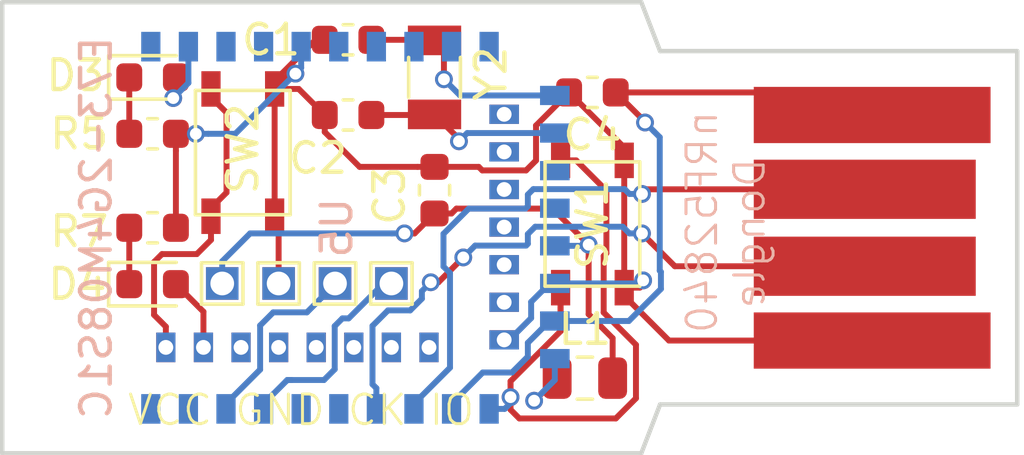
<source format=kicad_pcb>
(kicad_pcb (version 20171130) (host pcbnew "(5.0.0)")

  (general
    (thickness 1.6)
    (drawings 10)
    (tracks 205)
    (zones 0)
    (modules 18)
    (nets 17)
  )

  (page A4)
  (layers
    (0 F.Cu signal)
    (31 B.Cu signal)
    (32 B.Adhes user)
    (33 F.Adhes user)
    (34 B.Paste user)
    (35 F.Paste user hide)
    (36 B.SilkS user)
    (37 F.SilkS user)
    (38 B.Mask user)
    (39 F.Mask user)
    (40 Dwgs.User user hide)
    (41 Cmts.User user)
    (42 Eco1.User user)
    (43 Eco2.User user)
    (44 Edge.Cuts user)
    (45 Margin user)
    (46 B.CrtYd user hide)
    (47 F.CrtYd user hide)
    (48 B.Fab user hide)
    (49 F.Fab user hide)
  )

  (setup
    (last_trace_width 0.2)
    (user_trace_width 0.2)
    (user_trace_width 0.5)
    (trace_clearance 0.2)
    (zone_clearance 0.508)
    (zone_45_only yes)
    (trace_min 0.2)
    (segment_width 0.2)
    (edge_width 0.15)
    (via_size 0.6)
    (via_drill 0.4)
    (via_min_size 0.4)
    (via_min_drill 0.3)
    (uvia_size 0.3)
    (uvia_drill 0.1)
    (uvias_allowed no)
    (uvia_min_size 0.2)
    (uvia_min_drill 0.1)
    (pcb_text_width 0.3)
    (pcb_text_size 1.5 1.5)
    (mod_edge_width 0.15)
    (mod_text_size 1 1)
    (mod_text_width 0.15)
    (pad_size 3.25 3.25)
    (pad_drill 0)
    (pad_to_mask_clearance 0)
    (solder_mask_min_width 0.25)
    (aux_axis_origin 0 0)
    (grid_origin 96.181533 140.292775)
    (visible_elements 7FFFFFFF)
    (pcbplotparams
      (layerselection 0x010fc_ffffffff)
      (usegerberextensions false)
      (usegerberattributes false)
      (usegerberadvancedattributes false)
      (creategerberjobfile false)
      (excludeedgelayer true)
      (linewidth 0.100000)
      (plotframeref false)
      (viasonmask false)
      (mode 1)
      (useauxorigin false)
      (hpglpennumber 1)
      (hpglpenspeed 20)
      (hpglpendiameter 15.000000)
      (psnegative false)
      (psa4output false)
      (plotreference true)
      (plotvalue true)
      (plotinvisibletext false)
      (padsonsilk false)
      (subtractmaskfromsilk false)
      (outputformat 1)
      (mirror false)
      (drillshape 0)
      (scaleselection 1)
      (outputdirectory "gerber/"))
  )

  (net 0 "")
  (net 1 GND)
  (net 2 "Net-(C1-Pad1)")
  (net 3 VCC)
  (net 4 SWDIO)
  (net 5 RESET)
  (net 6 SWCLK)
  (net 7 VBUS)
  (net 8 "Net-(C2-Pad2)")
  (net 9 "Net-(L1-Pad1)")
  (net 10 DATA+)
  (net 11 DATA-)
  (net 12 BLUE_LED)
  (net 13 "Net-(D3-Pad1)")
  (net 14 "Net-(D4-Pad1)")
  (net 15 RED_LED)
  (net 16 SW1)

  (net_class Default "This is the default net class."
    (clearance 0.2)
    (trace_width 0.2)
    (via_dia 0.6)
    (via_drill 0.4)
    (uvia_dia 0.3)
    (uvia_drill 0.1)
    (add_net BLUE_LED)
    (add_net DATA+)
    (add_net DATA-)
    (add_net GND)
    (add_net "Net-(C1-Pad1)")
    (add_net "Net-(C2-Pad2)")
    (add_net "Net-(D3-Pad1)")
    (add_net "Net-(D4-Pad1)")
    (add_net "Net-(L1-Pad1)")
    (add_net RED_LED)
    (add_net RESET)
    (add_net SW1)
    (add_net SWCLK)
    (add_net SWDIO)
    (add_net VBUS)
    (add_net VCC)
  )

  (net_class Power ""
    (clearance 0.2)
    (trace_width 0.5)
    (via_dia 0.6)
    (via_drill 0.4)
    (uvia_dia 0.3)
    (uvia_drill 0.1)
  )

  (module Capacitor_SMD:C_0603_1608Metric (layer F.Cu) (tedit 5B301BBE) (tstamp 5EAD498B)
    (at 91.355533 108.542775 180)
    (descr "Capacitor SMD 0603 (1608 Metric), square (rectangular) end terminal, IPC_7351 nominal, (Body size source: http://www.tortai-tech.com/upload/download/2011102023233369053.pdf), generated with kicad-footprint-generator")
    (tags capacitor)
    (path /5C7379E0)
    (attr smd)
    (fp_text reference C1 (at 2.6035 0 180) (layer F.SilkS)
      (effects (font (size 1 1) (thickness 0.15)))
    )
    (fp_text value 22pF (at 0 1.43 180) (layer F.Fab)
      (effects (font (size 1 1) (thickness 0.15)))
    )
    (fp_line (start -0.8 0.4) (end -0.8 -0.4) (layer F.Fab) (width 0.1))
    (fp_line (start -0.8 -0.4) (end 0.8 -0.4) (layer F.Fab) (width 0.1))
    (fp_line (start 0.8 -0.4) (end 0.8 0.4) (layer F.Fab) (width 0.1))
    (fp_line (start 0.8 0.4) (end -0.8 0.4) (layer F.Fab) (width 0.1))
    (fp_line (start -0.162779 -0.51) (end 0.162779 -0.51) (layer F.SilkS) (width 0.12))
    (fp_line (start -0.162779 0.51) (end 0.162779 0.51) (layer F.SilkS) (width 0.12))
    (fp_line (start -1.48 0.73) (end -1.48 -0.73) (layer F.CrtYd) (width 0.05))
    (fp_line (start -1.48 -0.73) (end 1.48 -0.73) (layer F.CrtYd) (width 0.05))
    (fp_line (start 1.48 -0.73) (end 1.48 0.73) (layer F.CrtYd) (width 0.05))
    (fp_line (start 1.48 0.73) (end -1.48 0.73) (layer F.CrtYd) (width 0.05))
    (fp_text user %R (at 0 0 180) (layer F.Fab)
      (effects (font (size 0.4 0.4) (thickness 0.06)))
    )
    (pad 1 smd roundrect (at -0.7875 0 180) (size 0.875 0.95) (layers F.Cu F.Paste F.Mask) (roundrect_rratio 0.25)
      (net 2 "Net-(C1-Pad1)"))
    (pad 2 smd roundrect (at 0.7875 0 180) (size 0.875 0.95) (layers F.Cu F.Paste F.Mask) (roundrect_rratio 0.25)
      (net 1 GND))
    (model ${KISYS3DMOD}/Capacitor_SMD.3dshapes/C_0603_1608Metric.wrl
      (at (xyz 0 0 0))
      (scale (xyz 1 1 1))
      (rotate (xyz 0 0 0))
    )
  )

  (module Capacitor_SMD:C_0603_1608Metric (layer F.Cu) (tedit 5B301BBE) (tstamp 5EAD499C)
    (at 91.355533 111.082775)
    (descr "Capacitor SMD 0603 (1608 Metric), square (rectangular) end terminal, IPC_7351 nominal, (Body size source: http://www.tortai-tech.com/upload/download/2011102023233369053.pdf), generated with kicad-footprint-generator")
    (tags capacitor)
    (path /5C73DD8F)
    (attr smd)
    (fp_text reference C2 (at -1.016 1.4605) (layer F.SilkS)
      (effects (font (size 1 1) (thickness 0.15)))
    )
    (fp_text value 22pF (at 0 1.43) (layer F.Fab)
      (effects (font (size 1 1) (thickness 0.15)))
    )
    (fp_text user %R (at 0 0) (layer F.Fab)
      (effects (font (size 0.4 0.4) (thickness 0.06)))
    )
    (fp_line (start 1.48 0.73) (end -1.48 0.73) (layer F.CrtYd) (width 0.05))
    (fp_line (start 1.48 -0.73) (end 1.48 0.73) (layer F.CrtYd) (width 0.05))
    (fp_line (start -1.48 -0.73) (end 1.48 -0.73) (layer F.CrtYd) (width 0.05))
    (fp_line (start -1.48 0.73) (end -1.48 -0.73) (layer F.CrtYd) (width 0.05))
    (fp_line (start -0.162779 0.51) (end 0.162779 0.51) (layer F.SilkS) (width 0.12))
    (fp_line (start -0.162779 -0.51) (end 0.162779 -0.51) (layer F.SilkS) (width 0.12))
    (fp_line (start 0.8 0.4) (end -0.8 0.4) (layer F.Fab) (width 0.1))
    (fp_line (start 0.8 -0.4) (end 0.8 0.4) (layer F.Fab) (width 0.1))
    (fp_line (start -0.8 -0.4) (end 0.8 -0.4) (layer F.Fab) (width 0.1))
    (fp_line (start -0.8 0.4) (end -0.8 -0.4) (layer F.Fab) (width 0.1))
    (pad 2 smd roundrect (at 0.7875 0) (size 0.875 0.95) (layers F.Cu F.Paste F.Mask) (roundrect_rratio 0.25)
      (net 8 "Net-(C2-Pad2)"))
    (pad 1 smd roundrect (at -0.7875 0) (size 0.875 0.95) (layers F.Cu F.Paste F.Mask) (roundrect_rratio 0.25)
      (net 1 GND))
    (model ${KISYS3DMOD}/Capacitor_SMD.3dshapes/C_0603_1608Metric.wrl
      (at (xyz 0 0 0))
      (scale (xyz 1 1 1))
      (rotate (xyz 0 0 0))
    )
  )

  (module LED_SMD:LED_0603_1608Metric (layer F.Cu) (tedit 5B301BBE) (tstamp 5EAD49D1)
    (at 84.751533 109.812775)
    (descr "LED SMD 0603 (1608 Metric), square (rectangular) end terminal, IPC_7351 nominal, (Body size source: http://www.tortai-tech.com/upload/download/2011102023233369053.pdf), generated with kicad-footprint-generator")
    (tags diode)
    (path /5C7545DA)
    (attr smd)
    (fp_text reference D3 (at -2.6035 -0.0635) (layer F.SilkS)
      (effects (font (size 1 1) (thickness 0.15)))
    )
    (fp_text value 19-217/BHC-ZL1M2RY/3T (at 0 1.43) (layer F.Fab)
      (effects (font (size 1 1) (thickness 0.15)))
    )
    (fp_text user %R (at 0 0) (layer F.Fab)
      (effects (font (size 0.4 0.4) (thickness 0.06)))
    )
    (fp_line (start 1.48 0.73) (end -1.48 0.73) (layer F.CrtYd) (width 0.05))
    (fp_line (start 1.48 -0.73) (end 1.48 0.73) (layer F.CrtYd) (width 0.05))
    (fp_line (start -1.48 -0.73) (end 1.48 -0.73) (layer F.CrtYd) (width 0.05))
    (fp_line (start -1.48 0.73) (end -1.48 -0.73) (layer F.CrtYd) (width 0.05))
    (fp_line (start -1.485 0.735) (end 0.8 0.735) (layer F.SilkS) (width 0.12))
    (fp_line (start -1.485 -0.735) (end -1.485 0.735) (layer F.SilkS) (width 0.12))
    (fp_line (start 0.8 -0.735) (end -1.485 -0.735) (layer F.SilkS) (width 0.12))
    (fp_line (start 0.8 0.4) (end 0.8 -0.4) (layer F.Fab) (width 0.1))
    (fp_line (start -0.8 0.4) (end 0.8 0.4) (layer F.Fab) (width 0.1))
    (fp_line (start -0.8 -0.1) (end -0.8 0.4) (layer F.Fab) (width 0.1))
    (fp_line (start -0.5 -0.4) (end -0.8 -0.1) (layer F.Fab) (width 0.1))
    (fp_line (start 0.8 -0.4) (end -0.5 -0.4) (layer F.Fab) (width 0.1))
    (pad 2 smd roundrect (at 0.7875 0) (size 0.875 0.95) (layers F.Cu F.Paste F.Mask) (roundrect_rratio 0.25)
      (net 12 BLUE_LED))
    (pad 1 smd roundrect (at -0.7875 0) (size 0.875 0.95) (layers F.Cu F.Paste F.Mask) (roundrect_rratio 0.25)
      (net 13 "Net-(D3-Pad1)"))
    (model ${KISYS3DMOD}/LED_SMD.3dshapes/LED_0603_1608Metric.wrl
      (at (xyz 0 0 0))
      (scale (xyz 1 1 1))
      (rotate (xyz 0 0 0))
    )
  )

  (module LED_SMD:LED_0603_1608Metric (layer F.Cu) (tedit 5B301BBE) (tstamp 5EAD49E4)
    (at 84.751533 116.797775)
    (descr "LED SMD 0603 (1608 Metric), square (rectangular) end terminal, IPC_7351 nominal, (Body size source: http://www.tortai-tech.com/upload/download/2011102023233369053.pdf), generated with kicad-footprint-generator")
    (tags diode)
    (path /5D834AF2)
    (attr smd)
    (fp_text reference D4 (at -2.54 0) (layer F.SilkS)
      (effects (font (size 1 1) (thickness 0.15)))
    )
    (fp_text value KT-0603R (at 0 1.43) (layer F.Fab)
      (effects (font (size 1 1) (thickness 0.15)))
    )
    (fp_line (start 0.8 -0.4) (end -0.5 -0.4) (layer F.Fab) (width 0.1))
    (fp_line (start -0.5 -0.4) (end -0.8 -0.1) (layer F.Fab) (width 0.1))
    (fp_line (start -0.8 -0.1) (end -0.8 0.4) (layer F.Fab) (width 0.1))
    (fp_line (start -0.8 0.4) (end 0.8 0.4) (layer F.Fab) (width 0.1))
    (fp_line (start 0.8 0.4) (end 0.8 -0.4) (layer F.Fab) (width 0.1))
    (fp_line (start 0.8 -0.735) (end -1.485 -0.735) (layer F.SilkS) (width 0.12))
    (fp_line (start -1.485 -0.735) (end -1.485 0.735) (layer F.SilkS) (width 0.12))
    (fp_line (start -1.485 0.735) (end 0.8 0.735) (layer F.SilkS) (width 0.12))
    (fp_line (start -1.48 0.73) (end -1.48 -0.73) (layer F.CrtYd) (width 0.05))
    (fp_line (start -1.48 -0.73) (end 1.48 -0.73) (layer F.CrtYd) (width 0.05))
    (fp_line (start 1.48 -0.73) (end 1.48 0.73) (layer F.CrtYd) (width 0.05))
    (fp_line (start 1.48 0.73) (end -1.48 0.73) (layer F.CrtYd) (width 0.05))
    (fp_text user %R (at 0 0) (layer F.Fab)
      (effects (font (size 0.4 0.4) (thickness 0.06)))
    )
    (pad 1 smd roundrect (at -0.7875 0) (size 0.875 0.95) (layers F.Cu F.Paste F.Mask) (roundrect_rratio 0.25)
      (net 14 "Net-(D4-Pad1)"))
    (pad 2 smd roundrect (at 0.7875 0) (size 0.875 0.95) (layers F.Cu F.Paste F.Mask) (roundrect_rratio 0.25)
      (net 15 RED_LED))
    (model ${KISYS3DMOD}/LED_SMD.3dshapes/LED_0603_1608Metric.wrl
      (at (xyz 0 0 0))
      (scale (xyz 1 1 1))
      (rotate (xyz 0 0 0))
    )
  )

  (module Type-C:CONN-USB-A-PCB-TRACES (layer F.Cu) (tedit 5EA0D217) (tstamp 5EAD49FD)
    (at 113.961533 114.892775 90)
    (path /5EA303C7)
    (attr virtual)
    (fp_text reference J1 (at 0.13 -7.85 90) (layer F.SilkS) hide
      (effects (font (size 1.5 1.5) (thickness 0.15)))
    )
    (fp_text value USB_A (at 0.29 -10.13 90) (layer F.Fab) hide
      (effects (font (size 1.016 1.016) (thickness 0.2032)))
    )
    (fp_text user %R (at 4.75 -13 90) (layer F.SilkS) hide
      (effects (font (size 1 1) (thickness 0.15)))
    )
    (fp_text user %R (at 0 -6.25 90) (layer F.Fab)
      (effects (font (size 1 1) (thickness 0.15)))
    )
    (fp_line (start 5.5 -12) (end 6 -12) (layer F.Fab) (width 0.04064))
    (fp_line (start 4.5 -12) (end 5 -12) (layer F.Fab) (width 0.04064))
    (fp_line (start 3.5 -12) (end 4 -12) (layer F.Fab) (width 0.04064))
    (fp_line (start 2.5 -12) (end 3 -12) (layer F.Fab) (width 0.04064))
    (fp_line (start 1.5 -12) (end 2 -12) (layer F.Fab) (width 0.04064))
    (fp_line (start 0.5 -12) (end 1 -12) (layer F.Fab) (width 0.04064))
    (fp_line (start -0.5 -12) (end 0 -12) (layer F.Fab) (width 0.04064))
    (fp_line (start -1.5 -12) (end -1 -12) (layer F.Fab) (width 0.04064))
    (fp_line (start -2.5 -12) (end -2 -12) (layer F.Fab) (width 0.04064))
    (fp_line (start -3.5 -12) (end -3 -12) (layer F.Fab) (width 0.04064))
    (fp_line (start -4.5 -12) (end -4 -12) (layer F.Fab) (width 0.04064))
    (fp_line (start -6 -12) (end -5 -12) (layer F.Fab) (width 0.04064))
    (fp_line (start -6 0) (end -6 -12) (layer F.Fab) (width 0.04064))
    (fp_line (start 6 0) (end -6 0) (layer F.Fab) (width 0.04064))
    (fp_line (start 6 -12) (end 6 0) (layer F.Fab) (width 0.04064))
    (pad 1 connect rect (at 3.81 -4.9 90) (size 1.9 8) (layers F.Cu F.Mask)
      (net 7 VBUS))
    (pad 4 connect rect (at -3.81 -4.9 90) (size 1.9 8) (layers F.Cu F.Mask)
      (net 1 GND))
    (pad 3 connect rect (at -1.3 -5.15 90) (size 2 7.5) (layers F.Cu F.Mask)
      (net 10 DATA+))
    (pad 2 connect rect (at 1.3 -5.15 90) (size 2 7.5) (layers F.Cu F.Mask)
      (net 11 DATA-))
  )

  (module Inductor_SMD:L_0805_2012Metric (layer F.Cu) (tedit 5B36C52B) (tstamp 5EAD4A0E)
    (at 99.356533 119.972775)
    (descr "Inductor SMD 0805 (2012 Metric), square (rectangular) end terminal, IPC_7351 nominal, (Body size source: https://docs.google.com/spreadsheets/d/1BsfQQcO9C6DZCsRaXUlFlo91Tg2WpOkGARC1WS5S8t0/edit?usp=sharing), generated with kicad-footprint-generator")
    (tags inductor)
    (path /5C809AAB)
    (attr smd)
    (fp_text reference L1 (at 0 -1.65) (layer F.SilkS)
      (effects (font (size 1 1) (thickness 0.15)))
    )
    (fp_text value 10uH (at 0 1.65) (layer F.Fab)
      (effects (font (size 1 1) (thickness 0.15)))
    )
    (fp_line (start -1 0.6) (end -1 -0.6) (layer F.Fab) (width 0.1))
    (fp_line (start -1 -0.6) (end 1 -0.6) (layer F.Fab) (width 0.1))
    (fp_line (start 1 -0.6) (end 1 0.6) (layer F.Fab) (width 0.1))
    (fp_line (start 1 0.6) (end -1 0.6) (layer F.Fab) (width 0.1))
    (fp_line (start -0.258578 -0.71) (end 0.258578 -0.71) (layer F.SilkS) (width 0.12))
    (fp_line (start -0.258578 0.71) (end 0.258578 0.71) (layer F.SilkS) (width 0.12))
    (fp_line (start -1.68 0.95) (end -1.68 -0.95) (layer F.CrtYd) (width 0.05))
    (fp_line (start -1.68 -0.95) (end 1.68 -0.95) (layer F.CrtYd) (width 0.05))
    (fp_line (start 1.68 -0.95) (end 1.68 0.95) (layer F.CrtYd) (width 0.05))
    (fp_line (start 1.68 0.95) (end -1.68 0.95) (layer F.CrtYd) (width 0.05))
    (fp_text user %R (at 0 0) (layer F.Fab)
      (effects (font (size 0.5 0.5) (thickness 0.08)))
    )
    (pad 1 smd roundrect (at -0.9375 0) (size 0.975 1.4) (layers F.Cu F.Paste F.Mask) (roundrect_rratio 0.25)
      (net 9 "Net-(L1-Pad1)"))
    (pad 2 smd roundrect (at 0.9375 0) (size 0.975 1.4) (layers F.Cu F.Paste F.Mask) (roundrect_rratio 0.25)
      (net 3 VCC))
    (model ${KISYS3DMOD}/Inductor_SMD.3dshapes/L_0805_2012Metric.wrl
      (at (xyz 0 0 0))
      (scale (xyz 1 1 1))
      (rotate (xyz 0 0 0))
    )
  )

  (module Resistor_SMD:R_0603_1608Metric (layer F.Cu) (tedit 5B301BBD) (tstamp 5EAD4A1F)
    (at 84.751533 111.717775)
    (descr "Resistor SMD 0603 (1608 Metric), square (rectangular) end terminal, IPC_7351 nominal, (Body size source: http://www.tortai-tech.com/upload/download/2011102023233369053.pdf), generated with kicad-footprint-generator")
    (tags resistor)
    (path /5C73A719)
    (attr smd)
    (fp_text reference R5 (at -2.4765 0) (layer F.SilkS)
      (effects (font (size 1 1) (thickness 0.15)))
    )
    (fp_text value 1K (at 0 1.43) (layer F.Fab)
      (effects (font (size 1 1) (thickness 0.15)))
    )
    (fp_text user %R (at 0 0) (layer F.Fab)
      (effects (font (size 0.4 0.4) (thickness 0.06)))
    )
    (fp_line (start 1.48 0.73) (end -1.48 0.73) (layer F.CrtYd) (width 0.05))
    (fp_line (start 1.48 -0.73) (end 1.48 0.73) (layer F.CrtYd) (width 0.05))
    (fp_line (start -1.48 -0.73) (end 1.48 -0.73) (layer F.CrtYd) (width 0.05))
    (fp_line (start -1.48 0.73) (end -1.48 -0.73) (layer F.CrtYd) (width 0.05))
    (fp_line (start -0.162779 0.51) (end 0.162779 0.51) (layer F.SilkS) (width 0.12))
    (fp_line (start -0.162779 -0.51) (end 0.162779 -0.51) (layer F.SilkS) (width 0.12))
    (fp_line (start 0.8 0.4) (end -0.8 0.4) (layer F.Fab) (width 0.1))
    (fp_line (start 0.8 -0.4) (end 0.8 0.4) (layer F.Fab) (width 0.1))
    (fp_line (start -0.8 -0.4) (end 0.8 -0.4) (layer F.Fab) (width 0.1))
    (fp_line (start -0.8 0.4) (end -0.8 -0.4) (layer F.Fab) (width 0.1))
    (pad 2 smd roundrect (at 0.7875 0) (size 0.875 0.95) (layers F.Cu F.Paste F.Mask) (roundrect_rratio 0.25)
      (net 1 GND))
    (pad 1 smd roundrect (at -0.7875 0) (size 0.875 0.95) (layers F.Cu F.Paste F.Mask) (roundrect_rratio 0.25)
      (net 13 "Net-(D3-Pad1)"))
    (model ${KISYS3DMOD}/Resistor_SMD.3dshapes/R_0603_1608Metric.wrl
      (at (xyz 0 0 0))
      (scale (xyz 1 1 1))
      (rotate (xyz 0 0 0))
    )
  )

  (module Resistor_SMD:R_0603_1608Metric (layer F.Cu) (tedit 5B301BBD) (tstamp 5EAD4A30)
    (at 84.751533 114.892775)
    (descr "Resistor SMD 0603 (1608 Metric), square (rectangular) end terminal, IPC_7351 nominal, (Body size source: http://www.tortai-tech.com/upload/download/2011102023233369053.pdf), generated with kicad-footprint-generator")
    (tags resistor)
    (path /5D834AE6)
    (attr smd)
    (fp_text reference R7 (at -2.4765 0.127) (layer F.SilkS)
      (effects (font (size 1 1) (thickness 0.15)))
    )
    (fp_text value 1K (at 0 1.43) (layer F.Fab)
      (effects (font (size 1 1) (thickness 0.15)))
    )
    (fp_line (start -0.8 0.4) (end -0.8 -0.4) (layer F.Fab) (width 0.1))
    (fp_line (start -0.8 -0.4) (end 0.8 -0.4) (layer F.Fab) (width 0.1))
    (fp_line (start 0.8 -0.4) (end 0.8 0.4) (layer F.Fab) (width 0.1))
    (fp_line (start 0.8 0.4) (end -0.8 0.4) (layer F.Fab) (width 0.1))
    (fp_line (start -0.162779 -0.51) (end 0.162779 -0.51) (layer F.SilkS) (width 0.12))
    (fp_line (start -0.162779 0.51) (end 0.162779 0.51) (layer F.SilkS) (width 0.12))
    (fp_line (start -1.48 0.73) (end -1.48 -0.73) (layer F.CrtYd) (width 0.05))
    (fp_line (start -1.48 -0.73) (end 1.48 -0.73) (layer F.CrtYd) (width 0.05))
    (fp_line (start 1.48 -0.73) (end 1.48 0.73) (layer F.CrtYd) (width 0.05))
    (fp_line (start 1.48 0.73) (end -1.48 0.73) (layer F.CrtYd) (width 0.05))
    (fp_text user %R (at 0 0) (layer F.Fab)
      (effects (font (size 0.4 0.4) (thickness 0.06)))
    )
    (pad 1 smd roundrect (at -0.7875 0) (size 0.875 0.95) (layers F.Cu F.Paste F.Mask) (roundrect_rratio 0.25)
      (net 14 "Net-(D4-Pad1)"))
    (pad 2 smd roundrect (at 0.7875 0) (size 0.875 0.95) (layers F.Cu F.Paste F.Mask) (roundrect_rratio 0.25)
      (net 1 GND))
    (model ${KISYS3DMOD}/Resistor_SMD.3dshapes/R_0603_1608Metric.wrl
      (at (xyz 0 0 0))
      (scale (xyz 1 1 1))
      (rotate (xyz 0 0 0))
    )
  )

  (module footprints:SW_TACT_TS-1145A_C318904 (layer F.Cu) (tedit 5EA0D1D9) (tstamp 5EAD4A42)
    (at 99.610533 114.765775 270)
    (descr "Low-profile SMD Tactile Switch, https://www.e-switch.com/system/asset/product_line/data_sheet/165/TL3342.pdf")
    (tags "SPST Tactile Switch")
    (path /5EA339C8)
    (attr smd)
    (fp_text reference SW1 (at 0 0 270) (layer F.SilkS)
      (effects (font (size 1 1) (thickness 0.15)))
    )
    (fp_text value SW_SPST (at 0 -2.8 270) (layer F.SilkS) hide
      (effects (font (size 1.5 1.5) (thickness 0.2)))
    )
    (fp_line (start -3 -4) (end 3 -4) (layer F.CrtYd) (width 0.05))
    (fp_line (start 3 -4) (end 3 2) (layer F.CrtYd) (width 0.05))
    (fp_line (start -3 2) (end -3 -4) (layer F.CrtYd) (width 0.05))
    (fp_line (start 3 2) (end -3 2) (layer F.CrtYd) (width 0.05))
    (fp_line (start -3 -2) (end 3 -2) (layer F.CrtYd) (width 0.05))
    (fp_line (start -2.1 -1.6) (end 2.1 -1.6) (layer F.SilkS) (width 0.12))
    (fp_line (start -2.1 -1.6) (end -2.1 1.6) (layer F.SilkS) (width 0.12))
    (fp_line (start -2.1 1.6) (end 2.1 1.6) (layer F.SilkS) (width 0.12))
    (fp_line (start 2.1 -1.6) (end 2.1 1.6) (layer F.SilkS) (width 0.12))
    (fp_text user %R (at 0 0 270) (layer F.Fab)
      (effects (font (size 1 1) (thickness 0.15)))
    )
    (pad 2 smd rect (at 2.15 1.075 270) (size 1.2 0.65) (layers F.Cu F.Paste F.Mask)
      (net 5 RESET))
    (pad 2 smd rect (at -2.15 1.075 270) (size 1.2 0.65) (layers F.Cu F.Paste F.Mask)
      (net 5 RESET))
    (pad 1 smd rect (at 2.15 -1.075 270) (size 1.2 0.65) (layers F.Cu F.Paste F.Mask)
      (net 1 GND))
    (pad 1 smd rect (at -2.15 -1.075 270) (size 1.2 0.65) (layers F.Cu F.Paste F.Mask)
      (net 1 GND))
    (model ${KISYS3DMOD}/Buttons_Switches_SMD.3dshapes/SW_SPST_TL3342.wrl
      (at (xyz 0 0 0))
      (scale (xyz 1 1 1))
      (rotate (xyz 0 0 0))
    )
  )

  (module footprints:SW_TACT_TS-1145A_C318904 (layer F.Cu) (tedit 5EA0D20C) (tstamp 5EAD4A54)
    (at 87.799533 112.352775 270)
    (descr "Low-profile SMD Tactile Switch, https://www.e-switch.com/system/asset/product_line/data_sheet/165/TL3342.pdf")
    (tags "SPST Tactile Switch")
    (path /5EA367EF)
    (attr smd)
    (fp_text reference SW2 (at -0.127 0 90) (layer F.SilkS)
      (effects (font (size 1 1) (thickness 0.15)))
    )
    (fp_text value SW_SPST (at 0 -2.8 270) (layer F.SilkS) hide
      (effects (font (size 1.5 1.5) (thickness 0.2)))
    )
    (fp_text user %R (at 0 0 270) (layer F.Fab)
      (effects (font (size 1 1) (thickness 0.15)))
    )
    (fp_line (start 2.1 -1.6) (end 2.1 1.6) (layer F.SilkS) (width 0.12))
    (fp_line (start -2.1 1.6) (end 2.1 1.6) (layer F.SilkS) (width 0.12))
    (fp_line (start -2.1 -1.6) (end -2.1 1.6) (layer F.SilkS) (width 0.12))
    (fp_line (start -2.1 -1.6) (end 2.1 -1.6) (layer F.SilkS) (width 0.12))
    (fp_line (start -3 -2) (end 3 -2) (layer F.CrtYd) (width 0.05))
    (fp_line (start 3 2) (end -3 2) (layer F.CrtYd) (width 0.05))
    (fp_line (start -3 2) (end -3 -4) (layer F.CrtYd) (width 0.05))
    (fp_line (start 3 -4) (end 3 2) (layer F.CrtYd) (width 0.05))
    (fp_line (start -3 -4) (end 3 -4) (layer F.CrtYd) (width 0.05))
    (pad 1 smd rect (at -2.15 -1.075 270) (size 1.2 0.65) (layers F.Cu F.Paste F.Mask)
      (net 1 GND))
    (pad 1 smd rect (at 2.15 -1.075 270) (size 1.2 0.65) (layers F.Cu F.Paste F.Mask)
      (net 1 GND))
    (pad 2 smd rect (at -2.15 1.075 270) (size 1.2 0.65) (layers F.Cu F.Paste F.Mask)
      (net 16 SW1))
    (pad 2 smd rect (at 2.15 1.075 270) (size 1.2 0.65) (layers F.Cu F.Paste F.Mask)
      (net 16 SW1))
    (model ${KISYS3DMOD}/Buttons_Switches_SMD.3dshapes/SW_SPST_TL3342.wrl
      (at (xyz 0 0 0))
      (scale (xyz 1 1 1))
      (rotate (xyz 0 0 0))
    )
  )

  (module footprints:TestPoint_THTPad_1.1x1.1mm_Drill0.8mm (layer F.Cu) (tedit 5DBF436D) (tstamp 5EAD4A72)
    (at 90.914533 116.774775)
    (descr "THT rectangular pad as test Point, square 1.0mm side length, hole diameter 0.5mm")
    (tags "test point THT pad rectangle square")
    (path /5DD41885)
    (attr virtual)
    (fp_text reference TP3 (at 0 -1.448) (layer Dwgs.User)
      (effects (font (size 1 1) (thickness 0.15)))
    )
    (fp_text value TestPoint_Probe (at 0 1.55) (layer F.Fab)
      (effects (font (size 1 1) (thickness 0.15)))
    )
    (fp_text user %R (at 0 -1.45) (layer F.Fab)
      (effects (font (size 1 1) (thickness 0.15)))
    )
    (fp_line (start -0.7 -0.7) (end 0.7 -0.7) (layer F.SilkS) (width 0.12))
    (fp_line (start 0.7 -0.7) (end 0.7 0.7) (layer F.SilkS) (width 0.12))
    (fp_line (start 0.7 0.7) (end -0.7 0.7) (layer F.SilkS) (width 0.12))
    (fp_line (start -0.7 0.7) (end -0.7 -0.7) (layer F.SilkS) (width 0.12))
    (fp_line (start -1 -1) (end 1 -1) (layer F.CrtYd) (width 0.05))
    (fp_line (start -1 -1) (end -1 1) (layer F.CrtYd) (width 0.05))
    (fp_line (start 1 1) (end 1 -1) (layer F.CrtYd) (width 0.05))
    (fp_line (start 1 1) (end -1 1) (layer F.CrtYd) (width 0.05))
    (pad 1 thru_hole rect (at 0 0) (size 1.1 1.1) (drill 0.8) (layers *.Cu *.Mask)
      (net 6 SWCLK))
  )

  (module footprints:TestPoint_THTPad_1.1x1.1mm_Drill0.8mm (layer F.Cu) (tedit 5DBF436D) (tstamp 5EAD4A80)
    (at 92.819533 116.774775)
    (descr "THT rectangular pad as test Point, square 1.0mm side length, hole diameter 0.5mm")
    (tags "test point THT pad rectangle square")
    (path /5DD4168B)
    (attr virtual)
    (fp_text reference TP4 (at 0 -1.448) (layer Dwgs.User)
      (effects (font (size 1 1) (thickness 0.15)))
    )
    (fp_text value TestPoint_Probe (at 0 1.55) (layer F.Fab)
      (effects (font (size 1 1) (thickness 0.15)))
    )
    (fp_line (start 1 1) (end -1 1) (layer F.CrtYd) (width 0.05))
    (fp_line (start 1 1) (end 1 -1) (layer F.CrtYd) (width 0.05))
    (fp_line (start -1 -1) (end -1 1) (layer F.CrtYd) (width 0.05))
    (fp_line (start -1 -1) (end 1 -1) (layer F.CrtYd) (width 0.05))
    (fp_line (start -0.7 0.7) (end -0.7 -0.7) (layer F.SilkS) (width 0.12))
    (fp_line (start 0.7 0.7) (end -0.7 0.7) (layer F.SilkS) (width 0.12))
    (fp_line (start 0.7 -0.7) (end 0.7 0.7) (layer F.SilkS) (width 0.12))
    (fp_line (start -0.7 -0.7) (end 0.7 -0.7) (layer F.SilkS) (width 0.12))
    (fp_text user %R (at 0 -1.45) (layer F.Fab)
      (effects (font (size 1 1) (thickness 0.15)))
    )
    (pad 1 thru_hole rect (at 0 0) (size 1.1 1.1) (drill 0.8) (layers *.Cu *.Mask)
      (net 4 SWDIO))
  )

  (module footprints:TestPoint_THTPad_1.1x1.1mm_Drill0.8mm (layer F.Cu) (tedit 5DBF436D) (tstamp 5EAD4A8E)
    (at 87.104533 116.774775)
    (descr "THT rectangular pad as test Point, square 1.0mm side length, hole diameter 0.5mm")
    (tags "test point THT pad rectangle square")
    (path /5DD41921)
    (attr virtual)
    (fp_text reference TP5 (at 0 -1.448) (layer Dwgs.User)
      (effects (font (size 1 1) (thickness 0.15)))
    )
    (fp_text value TestPoint_Probe (at 0 1.55) (layer F.Fab)
      (effects (font (size 1 1) (thickness 0.15)))
    )
    (fp_text user %R (at 0 -1.45) (layer F.Fab)
      (effects (font (size 1 1) (thickness 0.15)))
    )
    (fp_line (start -0.7 -0.7) (end 0.7 -0.7) (layer F.SilkS) (width 0.12))
    (fp_line (start 0.7 -0.7) (end 0.7 0.7) (layer F.SilkS) (width 0.12))
    (fp_line (start 0.7 0.7) (end -0.7 0.7) (layer F.SilkS) (width 0.12))
    (fp_line (start -0.7 0.7) (end -0.7 -0.7) (layer F.SilkS) (width 0.12))
    (fp_line (start -1 -1) (end 1 -1) (layer F.CrtYd) (width 0.05))
    (fp_line (start -1 -1) (end -1 1) (layer F.CrtYd) (width 0.05))
    (fp_line (start 1 1) (end 1 -1) (layer F.CrtYd) (width 0.05))
    (fp_line (start 1 1) (end -1 1) (layer F.CrtYd) (width 0.05))
    (pad 1 thru_hole rect (at 0 0) (size 1.1 1.1) (drill 0.8) (layers *.Cu *.Mask)
      (net 3 VCC))
  )

  (module footprints:TestPoint_THTPad_1.1x1.1mm_Drill0.8mm (layer F.Cu) (tedit 5DBF436D) (tstamp 5EAD4A9C)
    (at 89.009533 116.774775)
    (descr "THT rectangular pad as test Point, square 1.0mm side length, hole diameter 0.5mm")
    (tags "test point THT pad rectangle square")
    (path /5DD418CF)
    (attr virtual)
    (fp_text reference TP6 (at 0 -1.448) (layer Dwgs.User)
      (effects (font (size 1 1) (thickness 0.15)))
    )
    (fp_text value TestPoint_Probe (at 0 1.55) (layer F.Fab)
      (effects (font (size 1 1) (thickness 0.15)))
    )
    (fp_line (start 1 1) (end -1 1) (layer F.CrtYd) (width 0.05))
    (fp_line (start 1 1) (end 1 -1) (layer F.CrtYd) (width 0.05))
    (fp_line (start -1 -1) (end -1 1) (layer F.CrtYd) (width 0.05))
    (fp_line (start -1 -1) (end 1 -1) (layer F.CrtYd) (width 0.05))
    (fp_line (start -0.7 0.7) (end -0.7 -0.7) (layer F.SilkS) (width 0.12))
    (fp_line (start 0.7 0.7) (end -0.7 0.7) (layer F.SilkS) (width 0.12))
    (fp_line (start 0.7 -0.7) (end 0.7 0.7) (layer F.SilkS) (width 0.12))
    (fp_line (start -0.7 -0.7) (end 0.7 -0.7) (layer F.SilkS) (width 0.12))
    (fp_text user %R (at 0 -1.45) (layer F.Fab)
      (effects (font (size 1 1) (thickness 0.15)))
    )
    (pad 1 thru_hole rect (at 0 0) (size 1.1 1.1) (drill 0.8) (layers *.Cu *.Mask)
      (net 1 GND))
  )

  (module nrfmicro:E73-2G4M08S1C-52840 (layer B.Cu) (tedit 5CAD2B93) (tstamp 5EAD4AE0)
    (at 98.721533 114.892775 180)
    (path /5C7001D3)
    (fp_text reference U5 (at 7.746775 0.000467 -90) (layer B.SilkS)
      (effects (font (size 1 1) (thickness 0.15)) (justify mirror))
    )
    (fp_text value E73-2G4M08S1C-52840 (at 9.778775 0.635467 -90) (layer B.Fab)
      (effects (font (size 1 1) (thickness 0.15)) (justify mirror))
    )
    (fp_text user E73-2G4M08S1C (at 15.875 0 90) (layer B.SilkS)
      (effects (font (size 1 1) (thickness 0.15)) (justify mirror))
    )
    (fp_line (start 18.034 6.604) (end -0.127 6.604) (layer B.Fab) (width 0.15))
    (fp_line (start 18.034 -6.604) (end 18.034 6.604) (layer B.Fab) (width 0.15))
    (fp_line (start -0.127 -6.604) (end 18.034 -6.604) (layer B.Fab) (width 0.15))
    (fp_line (start -0.127 6.604) (end -0.127 -6.604) (layer B.Fab) (width 0.15))
    (pad 18 thru_hole rect (at 2.092 0.023 90) (size 0.65 1) (drill 0.5) (layers *.Cu *.Mask))
    (pad 24 thru_hole rect (at 2.092 -3.787 90) (size 0.65 1) (drill 0.5) (layers *.Cu *.Mask)
      (net 1 GND))
    (pad 22 thru_hole rect (at 2.092 -2.517 90) (size 0.65 1) (drill 0.5) (layers *.Cu *.Mask))
    (pad 16 thru_hole rect (at 2.092 1.293 90) (size 0.65 1) (drill 0.5) (layers *.Cu *.Mask))
    (pad 20 thru_hole rect (at 2.092 -1.247 90) (size 0.65 1) (drill 0.5) (layers *.Cu *.Mask))
    (pad 12 thru_hole rect (at 2.092 3.833 90) (size 0.65 1) (drill 0.5) (layers *.Cu *.Mask))
    (pad 14 thru_hole rect (at 2.092 2.563 90) (size 0.65 1) (drill 0.5) (layers *.Cu *.Mask))
    (pad 42 thru_hole rect (at 13.522 -4.041 180) (size 0.65 1) (drill 0.5) (layers *.Cu *.Mask)
      (net 16 SW1))
    (pad 40 thru_hole rect (at 12.252 -4.041 180) (size 0.65 1) (drill 0.5) (layers *.Cu *.Mask)
      (net 15 RED_LED))
    (pad 38 thru_hole rect (at 10.982 -4.041 180) (size 0.65 1) (drill 0.5) (layers *.Cu *.Mask))
    (pad 36 thru_hole rect (at 9.712 -4.041 180) (size 0.65 1) (drill 0.5) (layers *.Cu *.Mask))
    (pad 34 thru_hole rect (at 8.442 -4.041 180) (size 0.65 1) (drill 0.5) (layers *.Cu *.Mask))
    (pad 32 thru_hole rect (at 7.172 -4.041 180) (size 0.65 1) (drill 0.5) (layers *.Cu *.Mask))
    (pad 30 thru_hole rect (at 5.902 -4.041 180) (size 0.65 1) (drill 0.5) (layers *.Cu *.Mask))
    (pad 19 smd rect (at 0.381 -0.61 90) (size 0.65 1) (layers B.Cu B.Paste B.Mask)
      (net 3 VCC))
    (pad 25 smd rect (at 0.381 -4.42 90) (size 0.65 1) (layers B.Cu B.Paste B.Mask)
      (net 9 "Net-(L1-Pad1)"))
    (pad 17 smd rect (at 0.381 0.66 90) (size 0.65 1) (layers B.Cu B.Paste B.Mask))
    (pad 15 smd rect (at 0.381 1.93 90) (size 0.65 1) (layers B.Cu B.Paste B.Mask))
    (pad 13 smd rect (at 0.381 3.2 90) (size 0.65 1) (layers B.Cu B.Paste B.Mask)
      (net 8 "Net-(C2-Pad2)"))
    (pad 21 smd rect (at 0.381 -1.88 90) (size 0.65 1) (layers B.Cu B.Paste B.Mask)
      (net 1 GND))
    (pad 11 smd rect (at 0.381 4.47 90) (size 0.65 1) (layers B.Cu B.Paste B.Mask)
      (net 2 "Net-(C1-Pad1)"))
    (pad 23 smd rect (at 0.381 -3.15 90) (size 0.65 1) (layers B.Cu B.Paste B.Mask)
      (net 7 VBUS))
    (pad 26 smd rect (at 2.6 -6.119 180) (size 0.65 1) (layers B.Cu B.Paste B.Mask)
      (net 5 RESET))
    (pad 27 smd rect (at 3.87 -6.119 180) (size 0.65 1) (layers B.Cu B.Paste B.Mask)
      (net 7 VBUS))
    (pad 35 smd rect (at 8.95 -6.119 180) (size 0.65 1) (layers B.Cu B.Paste B.Mask))
    (pad 29 smd rect (at 5.14 -6.119 180) (size 0.65 1) (layers B.Cu B.Paste B.Mask)
      (net 11 DATA-))
    (pad 37 smd rect (at 10.22 -6.119 180) (size 0.65 1) (layers B.Cu B.Paste B.Mask)
      (net 4 SWDIO))
    (pad 39 smd rect (at 11.49 -6.119 180) (size 0.65 1) (layers B.Cu B.Paste B.Mask)
      (net 6 SWCLK))
    (pad 41 smd rect (at 12.76 -6.119 180) (size 0.65 1) (layers B.Cu B.Paste B.Mask))
    (pad 33 smd rect (at 7.68 -6.119 180) (size 0.65 1) (layers B.Cu B.Paste B.Mask))
    (pad 43 smd rect (at 14.03 -6.119 180) (size 0.65 1) (layers B.Cu B.Paste B.Mask))
    (pad 31 smd rect (at 6.41 -6.119 180) (size 0.65 1) (layers B.Cu B.Paste B.Mask)
      (net 10 DATA+))
    (pad 1 smd rect (at 14.03 6.119 180) (size 0.65 1) (layers B.Cu B.Paste B.Mask))
    (pad 2 smd rect (at 12.76 6.119 180) (size 0.65 1) (layers B.Cu B.Paste B.Mask)
      (net 12 BLUE_LED))
    (pad 3 smd rect (at 11.49 6.119 180) (size 0.65 1) (layers B.Cu B.Paste B.Mask))
    (pad 4 smd rect (at 10.22 6.119 180) (size 0.65 1) (layers B.Cu B.Paste B.Mask))
    (pad 5 smd rect (at 8.95 6.119 180) (size 0.65 1) (layers B.Cu B.Paste B.Mask)
      (net 1 GND))
    (pad 6 smd rect (at 7.68 6.119 180) (size 0.65 1) (layers B.Cu B.Paste B.Mask))
    (pad 7 smd rect (at 6.41 6.119 180) (size 0.65 1) (layers B.Cu B.Paste B.Mask))
    (pad 8 smd rect (at 5.14 6.119 180) (size 0.65 1) (layers B.Cu B.Paste B.Mask))
    (pad 9 smd rect (at 3.87 6.119 180) (size 0.65 1) (layers B.Cu B.Paste B.Mask))
    (pad 10 smd rect (at 2.6 6.119 180) (size 0.65 1) (layers B.Cu B.Paste B.Mask))
    (pad 28 thru_hole rect (at 4.632 -4.041 180) (size 0.65 1) (drill 0.5) (layers *.Cu *.Mask))
  )

  (module Crystal:Crystal_SMD_3215-2Pin_3.2x1.5mm (layer F.Cu) (tedit 5A0FD1B2) (tstamp 5EAD4AF1)
    (at 94.276533 109.812775 90)
    (descr "SMD Crystal FC-135 https://support.epson.biz/td/api/doc_check.php?dl=brief_FC-135R_en.pdf")
    (tags "SMD SMT Crystal")
    (path /5C74A6AB)
    (attr smd)
    (fp_text reference Y2 (at 0.127 1.905 90) (layer F.SilkS)
      (effects (font (size 1 1) (thickness 0.15)))
    )
    (fp_text value 32,768 (at 0 2 90) (layer F.Fab)
      (effects (font (size 1 1) (thickness 0.15)))
    )
    (fp_text user %R (at 0 -2 90) (layer F.Fab)
      (effects (font (size 1 1) (thickness 0.15)))
    )
    (fp_line (start -2 -1.15) (end 2 -1.15) (layer F.CrtYd) (width 0.05))
    (fp_line (start -1.6 -0.75) (end -1.6 0.75) (layer F.Fab) (width 0.1))
    (fp_line (start -0.675 0.875) (end 0.675 0.875) (layer F.SilkS) (width 0.12))
    (fp_line (start -0.675 -0.875) (end 0.675 -0.875) (layer F.SilkS) (width 0.12))
    (fp_line (start 1.6 -0.75) (end 1.6 0.75) (layer F.Fab) (width 0.1))
    (fp_line (start -1.6 -0.75) (end 1.6 -0.75) (layer F.Fab) (width 0.1))
    (fp_line (start -1.6 0.75) (end 1.6 0.75) (layer F.Fab) (width 0.1))
    (fp_line (start -2 1.15) (end 2 1.15) (layer F.CrtYd) (width 0.05))
    (fp_line (start -2 -1.15) (end -2 1.15) (layer F.CrtYd) (width 0.05))
    (fp_line (start 2 -1.15) (end 2 1.15) (layer F.CrtYd) (width 0.05))
    (pad 1 smd rect (at 1.25 0 90) (size 1 1.8) (layers F.Cu F.Paste F.Mask)
      (net 2 "Net-(C1-Pad1)"))
    (pad 2 smd rect (at -1.25 0 90) (size 1 1.8) (layers F.Cu F.Paste F.Mask)
      (net 8 "Net-(C2-Pad2)"))
    (model ${KISYS3DMOD}/Crystal.3dshapes/Crystal_SMD_3215-2Pin_3.2x1.5mm.wrl
      (at (xyz 0 0 0))
      (scale (xyz 1 1 1))
      (rotate (xyz 0 0 0))
    )
  )

  (module Capacitor_SMD:C_0603_1608Metric (layer F.Cu) (tedit 5B301BBE) (tstamp 5EB98E48)
    (at 94.276533 113.622775 90)
    (descr "Capacitor SMD 0603 (1608 Metric), square (rectangular) end terminal, IPC_7351 nominal, (Body size source: http://www.tortai-tech.com/upload/download/2011102023233369053.pdf), generated with kicad-footprint-generator")
    (tags capacitor)
    (path /5EA27E27)
    (attr smd)
    (fp_text reference C3 (at -0.1905 -1.524 90) (layer F.SilkS)
      (effects (font (size 1 1) (thickness 0.15)))
    )
    (fp_text value 10uF (at 0 1.43 90) (layer F.Fab)
      (effects (font (size 1 1) (thickness 0.15)))
    )
    (fp_line (start -0.8 0.4) (end -0.8 -0.4) (layer F.Fab) (width 0.1))
    (fp_line (start -0.8 -0.4) (end 0.8 -0.4) (layer F.Fab) (width 0.1))
    (fp_line (start 0.8 -0.4) (end 0.8 0.4) (layer F.Fab) (width 0.1))
    (fp_line (start 0.8 0.4) (end -0.8 0.4) (layer F.Fab) (width 0.1))
    (fp_line (start -0.162779 -0.51) (end 0.162779 -0.51) (layer F.SilkS) (width 0.12))
    (fp_line (start -0.162779 0.51) (end 0.162779 0.51) (layer F.SilkS) (width 0.12))
    (fp_line (start -1.48 0.73) (end -1.48 -0.73) (layer F.CrtYd) (width 0.05))
    (fp_line (start -1.48 -0.73) (end 1.48 -0.73) (layer F.CrtYd) (width 0.05))
    (fp_line (start 1.48 -0.73) (end 1.48 0.73) (layer F.CrtYd) (width 0.05))
    (fp_line (start 1.48 0.73) (end -1.48 0.73) (layer F.CrtYd) (width 0.05))
    (fp_text user %R (at 0 0 90) (layer F.Fab)
      (effects (font (size 0.4 0.4) (thickness 0.06)))
    )
    (pad 1 smd roundrect (at -0.7875 0 90) (size 0.875 0.95) (layers F.Cu F.Paste F.Mask) (roundrect_rratio 0.25)
      (net 3 VCC))
    (pad 2 smd roundrect (at 0.7875 0 90) (size 0.875 0.95) (layers F.Cu F.Paste F.Mask) (roundrect_rratio 0.25)
      (net 1 GND))
    (model ${KISYS3DMOD}/Capacitor_SMD.3dshapes/C_0603_1608Metric.wrl
      (at (xyz 0 0 0))
      (scale (xyz 1 1 1))
      (rotate (xyz 0 0 0))
    )
  )

  (module Capacitor_SMD:C_0603_1608Metric (layer F.Cu) (tedit 5B301BBE) (tstamp 5EB98E58)
    (at 99.610533 110.320775 180)
    (descr "Capacitor SMD 0603 (1608 Metric), square (rectangular) end terminal, IPC_7351 nominal, (Body size source: http://www.tortai-tech.com/upload/download/2011102023233369053.pdf), generated with kicad-footprint-generator")
    (tags capacitor)
    (path /5EA2A3EE)
    (attr smd)
    (fp_text reference C4 (at 0 -1.43 180) (layer F.SilkS)
      (effects (font (size 1 1) (thickness 0.15)))
    )
    (fp_text value 10uF (at 0 1.43 180) (layer F.Fab)
      (effects (font (size 1 1) (thickness 0.15)))
    )
    (fp_text user %R (at 0 0 180) (layer F.Fab)
      (effects (font (size 0.4 0.4) (thickness 0.06)))
    )
    (fp_line (start 1.48 0.73) (end -1.48 0.73) (layer F.CrtYd) (width 0.05))
    (fp_line (start 1.48 -0.73) (end 1.48 0.73) (layer F.CrtYd) (width 0.05))
    (fp_line (start -1.48 -0.73) (end 1.48 -0.73) (layer F.CrtYd) (width 0.05))
    (fp_line (start -1.48 0.73) (end -1.48 -0.73) (layer F.CrtYd) (width 0.05))
    (fp_line (start -0.162779 0.51) (end 0.162779 0.51) (layer F.SilkS) (width 0.12))
    (fp_line (start -0.162779 -0.51) (end 0.162779 -0.51) (layer F.SilkS) (width 0.12))
    (fp_line (start 0.8 0.4) (end -0.8 0.4) (layer F.Fab) (width 0.1))
    (fp_line (start 0.8 -0.4) (end 0.8 0.4) (layer F.Fab) (width 0.1))
    (fp_line (start -0.8 -0.4) (end 0.8 -0.4) (layer F.Fab) (width 0.1))
    (fp_line (start -0.8 0.4) (end -0.8 -0.4) (layer F.Fab) (width 0.1))
    (pad 2 smd roundrect (at 0.7875 0 180) (size 0.875 0.95) (layers F.Cu F.Paste F.Mask) (roundrect_rratio 0.25)
      (net 1 GND))
    (pad 1 smd roundrect (at -0.7875 0 180) (size 0.875 0.95) (layers F.Cu F.Paste F.Mask) (roundrect_rratio 0.25)
      (net 7 VBUS))
    (model ${KISYS3DMOD}/Capacitor_SMD.3dshapes/C_0603_1608Metric.wrl
      (at (xyz 0 0 0))
      (scale (xyz 1 1 1))
      (rotate (xyz 0 0 0))
    )
  )

  (gr_text "nRF52840 \nDongle" (at 104.119033 115.083275 90) (layer B.SilkS)
    (effects (font (size 1 1) (thickness 0.1)) (justify mirror))
  )
  (gr_text "VCC GND CK IO" (at 89.768033 121.052275) (layer F.SilkS)
    (effects (font (size 1 1) (thickness 0.1)))
  )
  (gr_line (start 101.261533 107.272775) (end 79.671533 107.272775) (layer Edge.Cuts) (width 0.15))
  (gr_line (start 101.896533 108.923775) (end 101.261533 107.272775) (layer Edge.Cuts) (width 0.15))
  (gr_line (start 113.961533 108.923775) (end 101.896533 108.923775) (layer Edge.Cuts) (width 0.15))
  (gr_line (start 113.961533 120.861775) (end 113.961533 108.923775) (layer Edge.Cuts) (width 0.15))
  (gr_line (start 101.896533 120.861775) (end 113.961533 120.861775) (layer Edge.Cuts) (width 0.15))
  (gr_line (start 101.261533 122.512775) (end 101.896533 120.861775) (layer Edge.Cuts) (width 0.15))
  (gr_line (start 79.671533 122.512775) (end 101.261533 122.512775) (layer Edge.Cuts) (width 0.15))
  (gr_line (start 79.671533 107.272775) (end 79.671533 122.512775) (layer Edge.Cuts) (width 0.15))

  (segment (start 85.539033 112.292775) (end 85.539033 114.892775) (width 0.2) (layer F.Cu) (net 1))
  (segment (start 88.874533 110.202775) (end 88.874533 114.502775) (width 0.2) (layer F.Cu) (net 1))
  (segment (start 89.688033 110.202775) (end 90.568033 111.082775) (width 0.2) (layer F.Cu) (net 1))
  (segment (start 88.874533 110.202775) (end 89.688033 110.202775) (width 0.2) (layer F.Cu) (net 1))
  (segment (start 90.259533 108.542775) (end 90.568033 108.542775) (width 0.2) (layer F.Cu) (net 1))
  (segment (start 88.874533 109.927775) (end 90.259533 108.542775) (width 0.2) (layer F.Cu) (net 1))
  (segment (start 88.874533 110.202775) (end 88.874533 109.927775) (width 0.2) (layer F.Cu) (net 1))
  (via (at 89.577533 109.685775) (size 0.6) (drill 0.4) (layers F.Cu B.Cu) (net 1))
  (segment (start 89.771533 108.773775) (end 89.771533 109.491775) (width 0.2) (layer B.Cu) (net 1))
  (segment (start 89.771533 109.491775) (end 89.577533 109.685775) (width 0.2) (layer B.Cu) (net 1))
  (segment (start 89.391533 109.685775) (end 88.874533 110.202775) (width 0.2) (layer F.Cu) (net 1))
  (segment (start 89.577533 109.685775) (end 89.391533 109.685775) (width 0.2) (layer F.Cu) (net 1))
  (segment (start 93.701533 112.835275) (end 94.276533 112.835275) (width 0.2) (layer F.Cu) (net 1))
  (segment (start 91.745533 112.835275) (end 93.701533 112.835275) (width 0.2) (layer F.Cu) (net 1))
  (segment (start 90.568033 111.657775) (end 91.745533 112.835275) (width 0.2) (layer F.Cu) (net 1))
  (segment (start 90.568033 111.082775) (end 90.568033 111.657775) (width 0.2) (layer F.Cu) (net 1))
  (segment (start 97.369534 112.954776) (end 97.705533 112.618777) (width 0.2) (layer F.Cu) (net 1))
  (segment (start 95.889532 112.954776) (end 97.369534 112.954776) (width 0.2) (layer F.Cu) (net 1))
  (segment (start 94.276533 112.835275) (end 95.770031 112.835275) (width 0.2) (layer F.Cu) (net 1))
  (segment (start 95.770031 112.835275) (end 95.889532 112.954776) (width 0.2) (layer F.Cu) (net 1))
  (segment (start 97.705533 111.438275) (end 98.823033 110.320775) (width 0.2) (layer F.Cu) (net 1))
  (segment (start 97.705533 112.618777) (end 97.705533 111.438275) (width 0.2) (layer F.Cu) (net 1))
  (segment (start 100.685533 112.183275) (end 100.685533 112.615775) (width 0.2) (layer F.Cu) (net 1))
  (segment (start 98.823033 110.320775) (end 100.685533 112.183275) (width 0.2) (layer F.Cu) (net 1))
  (segment (start 100.685533 117.190775) (end 100.685533 116.915775) (width 0.2) (layer F.Cu) (net 1))
  (segment (start 102.197533 118.702775) (end 100.685533 117.190775) (width 0.2) (layer F.Cu) (net 1))
  (segment (start 109.061533 118.702775) (end 102.197533 118.702775) (width 0.2) (layer F.Cu) (net 1))
  (segment (start 98.165533 116.772775) (end 98.340533 116.772775) (width 0.2) (layer B.Cu) (net 1))
  (segment (start 97.540532 117.397776) (end 98.165533 116.772775) (width 0.2) (layer B.Cu) (net 1))
  (segment (start 97.540532 117.943776) (end 97.540532 117.397776) (width 0.2) (layer B.Cu) (net 1))
  (segment (start 96.804533 118.679775) (end 97.540532 117.943776) (width 0.2) (layer B.Cu) (net 1))
  (segment (start 96.629533 118.679775) (end 96.804533 118.679775) (width 0.2) (layer B.Cu) (net 1))
  (segment (start 85.539033 111.717775) (end 86.212033 111.717775) (width 0.2) (layer F.Cu) (net 1))
  (segment (start 89.577533 109.685775) (end 87.545533 111.717775) (width 0.2) (layer B.Cu) (net 1))
  (via (at 86.212033 111.717775) (size 0.6) (drill 0.4) (layers F.Cu B.Cu) (net 1))
  (segment (start 87.545533 111.717775) (end 86.636297 111.717775) (width 0.2) (layer B.Cu) (net 1))
  (segment (start 86.636297 111.717775) (end 86.212033 111.717775) (width 0.2) (layer B.Cu) (net 1))
  (segment (start 89.009533 114.637775) (end 88.874533 114.502775) (width 0.2) (layer F.Cu) (net 1))
  (segment (start 89.009533 116.774775) (end 89.009533 114.637775) (width 0.2) (layer F.Cu) (net 1))
  (segment (start 100.685533 112.801775) (end 100.685533 112.615775) (width 0.2) (layer F.Cu) (net 1))
  (segment (start 100.685533 116.915775) (end 100.685533 112.801775) (width 0.2) (layer F.Cu) (net 1))
  (via (at 101.325033 116.670781) (size 0.6) (drill 0.4) (layers F.Cu B.Cu) (net 1))
  (segment (start 101.210533 116.915775) (end 101.325033 116.801275) (width 0.2) (layer F.Cu) (net 1))
  (segment (start 101.325033 116.801275) (end 101.325033 116.670781) (width 0.2) (layer F.Cu) (net 1))
  (segment (start 100.685533 116.915775) (end 101.210533 116.915775) (width 0.2) (layer F.Cu) (net 1))
  (segment (start 101.223039 116.772775) (end 101.325033 116.670781) (width 0.2) (layer B.Cu) (net 1))
  (segment (start 98.340533 116.772775) (end 101.223039 116.772775) (width 0.2) (layer B.Cu) (net 1))
  (segment (start 85.539033 112.292775) (end 85.539033 111.717775) (width 0.2) (layer F.Cu) (net 1))
  (segment (start 94.256533 108.542775) (end 94.276533 108.562775) (width 0.2) (layer F.Cu) (net 2))
  (segment (start 92.143033 108.542775) (end 94.256533 108.542775) (width 0.2) (layer F.Cu) (net 2))
  (via (at 94.594033 109.876275) (size 0.6) (drill 0.4) (layers F.Cu B.Cu) (net 2))
  (segment (start 98.340533 110.422775) (end 95.140533 110.422775) (width 0.2) (layer B.Cu) (net 2))
  (segment (start 95.140533 110.422775) (end 94.594033 109.876275) (width 0.2) (layer B.Cu) (net 2))
  (segment (start 94.594033 108.880275) (end 94.276533 108.562775) (width 0.2) (layer F.Cu) (net 2))
  (segment (start 94.594033 109.876275) (end 94.594033 108.880275) (width 0.2) (layer F.Cu) (net 2))
  (segment (start 92.836269 115.083275) (end 93.260533 115.083275) (width 0.2) (layer B.Cu) (net 3))
  (segment (start 87.104533 116.774775) (end 87.104533 116.024775) (width 0.2) (layer B.Cu) (net 3))
  (segment (start 94.276533 114.410275) (end 93.603533 115.083275) (width 0.2) (layer F.Cu) (net 3))
  (segment (start 88.046033 115.083275) (end 92.836269 115.083275) (width 0.2) (layer B.Cu) (net 3))
  (segment (start 93.603533 115.083275) (end 93.260533 115.083275) (width 0.2) (layer F.Cu) (net 3))
  (segment (start 87.104533 116.024775) (end 88.046033 115.083275) (width 0.2) (layer B.Cu) (net 3))
  (via (at 93.260533 115.083275) (size 0.6) (drill 0.4) (layers F.Cu B.Cu) (net 3))
  (segment (start 95.017034 114.244774) (end 98.264032 114.244774) (width 0.2) (layer F.Cu) (net 3))
  (segment (start 98.264032 114.244774) (end 99.183534 115.164276) (width 0.2) (layer F.Cu) (net 3))
  (segment (start 98.340533 115.502775) (end 99.445033 115.502775) (width 0.2) (layer B.Cu) (net 3))
  (segment (start 94.276533 114.410275) (end 94.851533 114.410275) (width 0.2) (layer F.Cu) (net 3))
  (segment (start 94.851533 114.410275) (end 95.017034 114.244774) (width 0.2) (layer F.Cu) (net 3))
  (segment (start 99.183534 115.164276) (end 99.483533 115.464275) (width 0.2) (layer F.Cu) (net 3))
  (segment (start 99.445033 115.502775) (end 99.483533 115.464275) (width 0.2) (layer B.Cu) (net 3))
  (via (at 99.483533 115.464275) (size 0.6) (drill 0.4) (layers F.Cu B.Cu) (net 3))
  (segment (start 99.483533 115.888539) (end 99.483533 115.464275) (width 0.2) (layer F.Cu) (net 3))
  (segment (start 100.294033 118.624275) (end 99.483533 117.813775) (width 0.2) (layer F.Cu) (net 3))
  (segment (start 99.483533 117.813775) (end 99.483533 115.888539) (width 0.2) (layer F.Cu) (net 3))
  (segment (start 100.294033 119.972775) (end 100.294033 118.624275) (width 0.2) (layer F.Cu) (net 3))
  (segment (start 88.501533 121.011775) (end 88.501533 120.836775) (width 0.2) (layer B.Cu) (net 4))
  (segment (start 88.501533 120.836775) (end 89.260033 120.078275) (width 0.2) (layer B.Cu) (net 4))
  (segment (start 89.302033 120.036275) (end 89.450533 120.036275) (width 0.2) (layer B.Cu) (net 4))
  (segment (start 89.260033 120.078275) (end 89.302033 120.036275) (width 0.2) (layer B.Cu) (net 4))
  (segment (start 90.542035 120.036275) (end 89.302033 120.036275) (width 0.2) (layer B.Cu) (net 4))
  (segment (start 92.819533 116.774775) (end 92.554535 116.774775) (width 0.2) (layer B.Cu) (net 4))
  (segment (start 91.165033 117.953273) (end 90.904534 118.213772) (width 0.2) (layer B.Cu) (net 4))
  (segment (start 92.554535 116.774775) (end 91.376037 117.953273) (width 0.2) (layer B.Cu) (net 4))
  (segment (start 90.904534 118.213772) (end 90.904534 119.673776) (width 0.2) (layer B.Cu) (net 4))
  (segment (start 91.376037 117.953273) (end 91.165033 117.953273) (width 0.2) (layer B.Cu) (net 4))
  (segment (start 90.904534 119.673776) (end 90.542035 120.036275) (width 0.2) (layer B.Cu) (net 4))
  (segment (start 96.845079 120.077735) (end 96.845079 120.189898) (width 0.2) (layer F.Cu) (net 5))
  (segment (start 98.535533 118.387281) (end 96.845079 120.077735) (width 0.2) (layer F.Cu) (net 5))
  (segment (start 96.121533 121.011775) (end 96.646533 121.011775) (width 0.2) (layer B.Cu) (net 5))
  (segment (start 96.845079 120.189898) (end 96.845079 120.614162) (width 0.2) (layer F.Cu) (net 5))
  (segment (start 96.646533 121.011775) (end 96.845079 120.813229) (width 0.2) (layer B.Cu) (net 5))
  (segment (start 98.535533 116.915775) (end 98.535533 118.387281) (width 0.2) (layer F.Cu) (net 5))
  (segment (start 96.845079 120.813229) (end 96.845079 120.614162) (width 0.2) (layer B.Cu) (net 5))
  (via (at 96.845079 120.614162) (size 0.6) (drill 0.4) (layers F.Cu B.Cu) (net 5))
  (segment (start 98.535533 116.915775) (end 98.535533 117.715775) (width 0.2) (layer F.Cu) (net 5))
  (segment (start 100.083534 113.638776) (end 99.060533 112.615775) (width 0.2) (layer F.Cu) (net 5))
  (segment (start 100.083534 115.752276) (end 100.083534 113.638776) (width 0.2) (layer F.Cu) (net 5))
  (segment (start 99.060533 112.615775) (end 98.535533 112.615775) (width 0.2) (layer F.Cu) (net 5))
  (segment (start 99.991533 115.844277) (end 100.083534 115.752276) (width 0.2) (layer F.Cu) (net 5))
  (segment (start 99.991533 117.756076) (end 99.991533 115.844277) (width 0.2) (layer F.Cu) (net 5))
  (segment (start 96.845079 121.038426) (end 97.141435 121.334782) (width 0.2) (layer F.Cu) (net 5))
  (segment (start 96.845079 120.614162) (end 96.845079 121.038426) (width 0.2) (layer F.Cu) (net 5))
  (segment (start 97.141435 121.334782) (end 100.40102 121.334782) (width 0.2) (layer F.Cu) (net 5))
  (segment (start 101.081543 120.654259) (end 101.081543 118.846086) (width 0.2) (layer F.Cu) (net 5))
  (segment (start 100.40102 121.334782) (end 101.081543 120.654259) (width 0.2) (layer F.Cu) (net 5))
  (segment (start 101.081543 118.846086) (end 99.991533 117.756076) (width 0.2) (layer F.Cu) (net 5))
  (segment (start 90.914533 116.801275) (end 90.914533 116.774775) (width 0.2) (layer B.Cu) (net 6))
  (segment (start 87.231533 120.836775) (end 88.384532 119.683776) (width 0.2) (layer B.Cu) (net 6))
  (segment (start 87.231533 121.011775) (end 87.231533 120.836775) (width 0.2) (layer B.Cu) (net 6))
  (segment (start 88.384532 119.683776) (end 88.384532 118.193774) (width 0.2) (layer B.Cu) (net 6))
  (segment (start 88.384532 118.193774) (end 88.828031 117.750275) (width 0.2) (layer B.Cu) (net 6))
  (segment (start 88.828031 117.750275) (end 89.965533 117.750275) (width 0.2) (layer B.Cu) (net 6))
  (segment (start 89.965533 117.750275) (end 90.914533 116.801275) (width 0.2) (layer B.Cu) (net 6))
  (segment (start 108.299533 110.320775) (end 109.061533 111.082775) (width 0.2) (layer F.Cu) (net 7))
  (segment (start 100.398033 110.320775) (end 108.299533 110.320775) (width 0.2) (layer F.Cu) (net 7))
  (via (at 101.388533 111.336775) (size 0.6) (drill 0.4) (layers F.Cu B.Cu) (net 7))
  (segment (start 101.388533 111.311275) (end 100.398033 110.320775) (width 0.2) (layer F.Cu) (net 7))
  (segment (start 101.388533 111.336775) (end 101.388533 111.311275) (width 0.2) (layer F.Cu) (net 7))
  (segment (start 94.851533 120.836775) (end 94.851533 121.011775) (width 0.2) (layer B.Cu) (net 7))
  (segment (start 98.165533 118.042775) (end 97.429534 118.778774) (width 0.2) (layer B.Cu) (net 7))
  (segment (start 98.340533 118.042775) (end 98.165533 118.042775) (width 0.2) (layer B.Cu) (net 7))
  (segment (start 96.892035 119.782275) (end 95.906033 119.782275) (width 0.2) (layer B.Cu) (net 7))
  (segment (start 97.429534 118.778774) (end 97.429534 119.244776) (width 0.2) (layer B.Cu) (net 7))
  (segment (start 97.429534 119.244776) (end 96.892035 119.782275) (width 0.2) (layer B.Cu) (net 7))
  (segment (start 95.906033 119.782275) (end 94.851533 120.836775) (width 0.2) (layer B.Cu) (net 7))
  (segment (start 101.885545 116.343283) (end 101.885545 111.833787) (width 0.2) (layer B.Cu) (net 7))
  (segment (start 101.925035 116.382773) (end 101.885545 116.343283) (width 0.2) (layer B.Cu) (net 7))
  (segment (start 101.688532 111.636774) (end 101.388533 111.336775) (width 0.2) (layer B.Cu) (net 7))
  (segment (start 101.925035 116.958777) (end 101.925035 116.382773) (width 0.2) (layer B.Cu) (net 7))
  (segment (start 100.841037 118.042775) (end 101.925035 116.958777) (width 0.2) (layer B.Cu) (net 7))
  (segment (start 98.340533 118.042775) (end 100.841037 118.042775) (width 0.2) (layer B.Cu) (net 7))
  (segment (start 101.885545 111.833787) (end 101.688532 111.636774) (width 0.2) (layer B.Cu) (net 7))
  (segment (start 94.256533 111.082775) (end 94.276533 111.062775) (width 0.2) (layer F.Cu) (net 8))
  (segment (start 92.143033 111.082775) (end 94.256533 111.082775) (width 0.2) (layer F.Cu) (net 8))
  (via (at 95.102033 111.971775) (size 0.6) (drill 0.4) (layers F.Cu B.Cu) (net 8))
  (segment (start 98.340533 111.692775) (end 95.381033 111.692775) (width 0.2) (layer B.Cu) (net 8))
  (segment (start 95.381033 111.692775) (end 95.102033 111.971775) (width 0.2) (layer B.Cu) (net 8))
  (segment (start 95.102033 111.888275) (end 94.276533 111.062775) (width 0.2) (layer F.Cu) (net 8))
  (segment (start 95.102033 111.971775) (end 95.102033 111.888275) (width 0.2) (layer F.Cu) (net 8))
  (segment (start 97.942032 120.434782) (end 97.642033 120.734781) (width 0.2) (layer B.Cu) (net 9))
  (segment (start 97.657027 120.734781) (end 97.642033 120.734781) (width 0.2) (layer F.Cu) (net 9))
  (segment (start 98.340533 120.036281) (end 97.942032 120.434782) (width 0.2) (layer B.Cu) (net 9))
  (segment (start 98.419033 119.972775) (end 97.657027 120.734781) (width 0.2) (layer F.Cu) (net 9))
  (segment (start 98.340533 119.312775) (end 98.340533 120.036281) (width 0.2) (layer B.Cu) (net 9))
  (via (at 97.642033 120.734781) (size 0.6) (drill 0.4) (layers F.Cu B.Cu) (net 9))
  (via (at 95.248158 115.894969) (size 0.6) (drill 0.4) (layers F.Cu B.Cu) (net 10))
  (segment (start 95.248158 115.894969) (end 94.408852 116.734275) (width 0.2) (layer F.Cu) (net 10))
  (segment (start 94.408852 116.734275) (end 94.149533 116.734275) (width 0.2) (layer F.Cu) (net 10))
  (segment (start 93.849534 117.288274) (end 93.849534 117.034274) (width 0.2) (layer B.Cu) (net 10))
  (segment (start 93.849534 117.034274) (end 94.149533 116.734275) (width 0.2) (layer B.Cu) (net 10))
  (segment (start 92.181033 118.207273) (end 92.704543 117.683763) (width 0.2) (layer B.Cu) (net 10))
  (segment (start 92.181033 120.181275) (end 92.181033 118.207273) (width 0.2) (layer B.Cu) (net 10))
  (segment (start 92.311533 120.311775) (end 92.181033 120.181275) (width 0.2) (layer B.Cu) (net 10))
  (segment (start 92.311533 121.011775) (end 92.311533 120.311775) (width 0.2) (layer B.Cu) (net 10))
  (via (at 94.149533 116.734275) (size 0.6) (drill 0.4) (layers F.Cu B.Cu) (net 10))
  (segment (start 92.704543 117.683763) (end 93.454045 117.683763) (width 0.2) (layer B.Cu) (net 10))
  (segment (start 93.454045 117.683763) (end 93.849534 117.288274) (width 0.2) (layer B.Cu) (net 10))
  (segment (start 95.248158 115.894969) (end 95.648351 115.494776) (width 0.2) (layer B.Cu) (net 10))
  (segment (start 108.811533 116.192775) (end 102.395043 116.192775) (width 0.2) (layer F.Cu) (net 10))
  (via (at 101.285543 115.083275) (size 0.6) (drill 0.4) (layers F.Cu B.Cu) (net 10))
  (segment (start 97.677032 114.857776) (end 100.63578 114.857776) (width 0.2) (layer B.Cu) (net 10))
  (segment (start 101.585542 115.383274) (end 101.285543 115.083275) (width 0.2) (layer F.Cu) (net 10))
  (segment (start 95.648351 115.494776) (end 97.369534 115.494776) (width 0.2) (layer B.Cu) (net 10))
  (segment (start 97.429534 115.434776) (end 97.429534 115.105274) (width 0.2) (layer B.Cu) (net 10))
  (segment (start 97.369534 115.494776) (end 97.429534 115.434776) (width 0.2) (layer B.Cu) (net 10))
  (segment (start 97.429534 115.105274) (end 97.677032 114.857776) (width 0.2) (layer B.Cu) (net 10))
  (segment (start 100.861279 115.083275) (end 101.285543 115.083275) (width 0.2) (layer B.Cu) (net 10))
  (segment (start 100.63578 114.857776) (end 100.861279 115.083275) (width 0.2) (layer B.Cu) (net 10))
  (segment (start 102.395043 116.192775) (end 101.585542 115.383274) (width 0.2) (layer F.Cu) (net 10))
  (via (at 101.285543 113.749775) (size 0.6) (drill 0.4) (layers F.Cu B.Cu) (net 11))
  (segment (start 100.69928 113.587776) (end 100.861279 113.749775) (width 0.2) (layer B.Cu) (net 11))
  (segment (start 100.861279 113.749775) (end 101.285543 113.749775) (width 0.2) (layer B.Cu) (net 11))
  (segment (start 95.432534 114.244774) (end 97.349536 114.244774) (width 0.2) (layer B.Cu) (net 11))
  (segment (start 97.613532 113.587776) (end 100.69928 113.587776) (width 0.2) (layer B.Cu) (net 11))
  (segment (start 101.442543 113.592775) (end 101.285543 113.749775) (width 0.2) (layer F.Cu) (net 11))
  (segment (start 97.429534 113.771774) (end 97.613532 113.587776) (width 0.2) (layer B.Cu) (net 11))
  (segment (start 97.429534 114.164776) (end 97.429534 113.771774) (width 0.2) (layer B.Cu) (net 11))
  (segment (start 94.579031 115.098277) (end 95.432534 114.244774) (width 0.2) (layer B.Cu) (net 11))
  (segment (start 94.579031 116.201769) (end 94.579031 115.098277) (width 0.2) (layer B.Cu) (net 11))
  (segment (start 94.799535 119.618773) (end 94.799535 116.422273) (width 0.2) (layer B.Cu) (net 11))
  (segment (start 94.799535 116.422273) (end 94.579031 116.201769) (width 0.2) (layer B.Cu) (net 11))
  (segment (start 93.581533 120.836775) (end 94.799535 119.618773) (width 0.2) (layer B.Cu) (net 11))
  (segment (start 93.581533 121.011775) (end 93.581533 120.836775) (width 0.2) (layer B.Cu) (net 11))
  (segment (start 97.349536 114.244774) (end 97.429534 114.164776) (width 0.2) (layer B.Cu) (net 11))
  (segment (start 108.811533 113.592775) (end 101.442543 113.592775) (width 0.2) (layer F.Cu) (net 11))
  (via (at 85.450033 110.511275) (size 0.6) (drill 0.4) (layers F.Cu B.Cu) (net 12))
  (segment (start 85.961533 108.773775) (end 85.961533 109.999775) (width 0.2) (layer B.Cu) (net 12))
  (segment (start 85.961533 109.999775) (end 85.450033 110.511275) (width 0.2) (layer B.Cu) (net 12))
  (segment (start 85.450033 109.901775) (end 85.539033 109.812775) (width 0.2) (layer F.Cu) (net 12))
  (segment (start 85.450033 110.511275) (end 85.450033 109.901775) (width 0.2) (layer F.Cu) (net 12))
  (segment (start 83.964033 109.812775) (end 83.964033 111.717775) (width 0.2) (layer F.Cu) (net 13))
  (segment (start 83.964033 116.797775) (end 83.964033 114.892775) (width 0.2) (layer F.Cu) (net 14))
  (segment (start 86.469533 117.728275) (end 86.469533 118.933775) (width 0.2) (layer F.Cu) (net 15))
  (segment (start 85.539033 116.797775) (end 86.469533 117.728275) (width 0.2) (layer F.Cu) (net 15))
  (segment (start 84.801523 117.835765) (end 84.801523 116.049285) (width 0.2) (layer F.Cu) (net 16))
  (segment (start 85.199533 118.933775) (end 85.199533 118.233775) (width 0.2) (layer F.Cu) (net 16))
  (segment (start 85.199533 118.233775) (end 84.801523 117.835765) (width 0.2) (layer F.Cu) (net 16))
  (segment (start 84.801523 116.049285) (end 85.069033 115.781775) (width 0.2) (layer F.Cu) (net 16))
  (segment (start 86.724533 115.302775) (end 86.724533 114.502775) (width 0.2) (layer F.Cu) (net 16))
  (segment (start 86.245533 115.781775) (end 86.724533 115.302775) (width 0.2) (layer F.Cu) (net 16))
  (segment (start 85.069033 115.781775) (end 86.245533 115.781775) (width 0.2) (layer F.Cu) (net 16))
  (segment (start 86.724533 110.202775) (end 86.724533 110.477775) (width 0.2) (layer F.Cu) (net 16))
  (segment (start 87.249533 111.002775) (end 87.249533 113.702775) (width 0.2) (layer F.Cu) (net 16))
  (segment (start 87.249533 113.702775) (end 86.724533 114.227775) (width 0.2) (layer F.Cu) (net 16))
  (segment (start 86.724533 110.477775) (end 87.249533 111.002775) (width 0.2) (layer F.Cu) (net 16))
  (segment (start 86.724533 114.227775) (end 86.724533 114.502775) (width 0.2) (layer F.Cu) (net 16))

)

</source>
